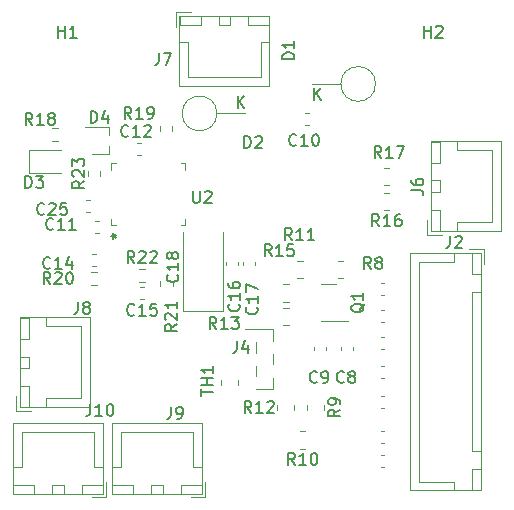
<source format=gbr>
%TF.GenerationSoftware,KiCad,Pcbnew,6.0.1-79c1e3a40b~116~ubuntu21.10.1*%
%TF.CreationDate,2022-02-21T13:22:11-07:00*%
%TF.ProjectId,PowerBackup,506f7765-7242-4616-936b-75702e6b6963,rev?*%
%TF.SameCoordinates,Original*%
%TF.FileFunction,Legend,Top*%
%TF.FilePolarity,Positive*%
%FSLAX46Y46*%
G04 Gerber Fmt 4.6, Leading zero omitted, Abs format (unit mm)*
G04 Created by KiCad (PCBNEW 6.0.1-79c1e3a40b~116~ubuntu21.10.1) date 2022-02-21 13:22:11*
%MOMM*%
%LPD*%
G01*
G04 APERTURE LIST*
%ADD10C,0.150000*%
%ADD11C,0.120000*%
G04 APERTURE END LIST*
D10*
%TO.C,R16*%
X141482142Y-95152380D02*
X141148809Y-94676190D01*
X140910714Y-95152380D02*
X140910714Y-94152380D01*
X141291666Y-94152380D01*
X141386904Y-94200000D01*
X141434523Y-94247619D01*
X141482142Y-94342857D01*
X141482142Y-94485714D01*
X141434523Y-94580952D01*
X141386904Y-94628571D01*
X141291666Y-94676190D01*
X140910714Y-94676190D01*
X142434523Y-95152380D02*
X141863095Y-95152380D01*
X142148809Y-95152380D02*
X142148809Y-94152380D01*
X142053571Y-94295238D01*
X141958333Y-94390476D01*
X141863095Y-94438095D01*
X143291666Y-94152380D02*
X143101190Y-94152380D01*
X143005952Y-94200000D01*
X142958333Y-94247619D01*
X142863095Y-94390476D01*
X142815476Y-94580952D01*
X142815476Y-94961904D01*
X142863095Y-95057142D01*
X142910714Y-95104761D01*
X143005952Y-95152380D01*
X143196428Y-95152380D01*
X143291666Y-95104761D01*
X143339285Y-95057142D01*
X143386904Y-94961904D01*
X143386904Y-94723809D01*
X143339285Y-94628571D01*
X143291666Y-94580952D01*
X143196428Y-94533333D01*
X143005952Y-94533333D01*
X142910714Y-94580952D01*
X142863095Y-94628571D01*
X142815476Y-94723809D01*
%TO.C,J4*%
X129460666Y-104852380D02*
X129460666Y-105566666D01*
X129413047Y-105709523D01*
X129317809Y-105804761D01*
X129174952Y-105852380D01*
X129079714Y-105852380D01*
X130365428Y-105185714D02*
X130365428Y-105852380D01*
X130127333Y-104804761D02*
X129889238Y-105519047D01*
X130508285Y-105519047D01*
%TO.C,C12*%
X120261142Y-87479142D02*
X120213523Y-87526761D01*
X120070666Y-87574380D01*
X119975428Y-87574380D01*
X119832571Y-87526761D01*
X119737333Y-87431523D01*
X119689714Y-87336285D01*
X119642095Y-87145809D01*
X119642095Y-87002952D01*
X119689714Y-86812476D01*
X119737333Y-86717238D01*
X119832571Y-86622000D01*
X119975428Y-86574380D01*
X120070666Y-86574380D01*
X120213523Y-86622000D01*
X120261142Y-86669619D01*
X121213523Y-87574380D02*
X120642095Y-87574380D01*
X120927809Y-87574380D02*
X120927809Y-86574380D01*
X120832571Y-86717238D01*
X120737333Y-86812476D01*
X120642095Y-86860095D01*
X121594476Y-86669619D02*
X121642095Y-86622000D01*
X121737333Y-86574380D01*
X121975428Y-86574380D01*
X122070666Y-86622000D01*
X122118285Y-86669619D01*
X122165904Y-86764857D01*
X122165904Y-86860095D01*
X122118285Y-87002952D01*
X121546857Y-87574380D01*
X122165904Y-87574380D01*
%TO.C,D1*%
X134310380Y-81002095D02*
X133310380Y-81002095D01*
X133310380Y-80764000D01*
X133358000Y-80621142D01*
X133453238Y-80525904D01*
X133548476Y-80478285D01*
X133738952Y-80430666D01*
X133881809Y-80430666D01*
X134072285Y-80478285D01*
X134167523Y-80525904D01*
X134262761Y-80621142D01*
X134310380Y-80764000D01*
X134310380Y-81002095D01*
X134310380Y-79478285D02*
X134310380Y-80049714D01*
X134310380Y-79764000D02*
X133310380Y-79764000D01*
X133453238Y-79859238D01*
X133548476Y-79954476D01*
X133596095Y-80049714D01*
X135973095Y-84452380D02*
X135973095Y-83452380D01*
X136544523Y-84452380D02*
X136115952Y-83880952D01*
X136544523Y-83452380D02*
X135973095Y-84023809D01*
%TO.C,J6*%
X144227380Y-92108333D02*
X144941666Y-92108333D01*
X145084523Y-92155952D01*
X145179761Y-92251190D01*
X145227380Y-92394047D01*
X145227380Y-92489285D01*
X144227380Y-91203571D02*
X144227380Y-91394047D01*
X144275000Y-91489285D01*
X144322619Y-91536904D01*
X144465476Y-91632142D01*
X144655952Y-91679761D01*
X145036904Y-91679761D01*
X145132142Y-91632142D01*
X145179761Y-91584523D01*
X145227380Y-91489285D01*
X145227380Y-91298809D01*
X145179761Y-91203571D01*
X145132142Y-91155952D01*
X145036904Y-91108333D01*
X144798809Y-91108333D01*
X144703571Y-91155952D01*
X144655952Y-91203571D01*
X144608333Y-91298809D01*
X144608333Y-91489285D01*
X144655952Y-91584523D01*
X144703571Y-91632142D01*
X144798809Y-91679761D01*
%TO.C,R23*%
X116530380Y-91320857D02*
X116054190Y-91654190D01*
X116530380Y-91892285D02*
X115530380Y-91892285D01*
X115530380Y-91511333D01*
X115578000Y-91416095D01*
X115625619Y-91368476D01*
X115720857Y-91320857D01*
X115863714Y-91320857D01*
X115958952Y-91368476D01*
X116006571Y-91416095D01*
X116054190Y-91511333D01*
X116054190Y-91892285D01*
X115625619Y-90939904D02*
X115578000Y-90892285D01*
X115530380Y-90797047D01*
X115530380Y-90558952D01*
X115578000Y-90463714D01*
X115625619Y-90416095D01*
X115720857Y-90368476D01*
X115816095Y-90368476D01*
X115958952Y-90416095D01*
X116530380Y-90987523D01*
X116530380Y-90368476D01*
X115530380Y-90035142D02*
X115530380Y-89416095D01*
X115911333Y-89749428D01*
X115911333Y-89606571D01*
X115958952Y-89511333D01*
X116006571Y-89463714D01*
X116101809Y-89416095D01*
X116339904Y-89416095D01*
X116435142Y-89463714D01*
X116482761Y-89511333D01*
X116530380Y-89606571D01*
X116530380Y-89892285D01*
X116482761Y-89987523D01*
X116435142Y-90035142D01*
%TO.C,R18*%
X112133142Y-86558380D02*
X111799809Y-86082190D01*
X111561714Y-86558380D02*
X111561714Y-85558380D01*
X111942666Y-85558380D01*
X112037904Y-85606000D01*
X112085523Y-85653619D01*
X112133142Y-85748857D01*
X112133142Y-85891714D01*
X112085523Y-85986952D01*
X112037904Y-86034571D01*
X111942666Y-86082190D01*
X111561714Y-86082190D01*
X113085523Y-86558380D02*
X112514095Y-86558380D01*
X112799809Y-86558380D02*
X112799809Y-85558380D01*
X112704571Y-85701238D01*
X112609333Y-85796476D01*
X112514095Y-85844095D01*
X113656952Y-85986952D02*
X113561714Y-85939333D01*
X113514095Y-85891714D01*
X113466476Y-85796476D01*
X113466476Y-85748857D01*
X113514095Y-85653619D01*
X113561714Y-85606000D01*
X113656952Y-85558380D01*
X113847428Y-85558380D01*
X113942666Y-85606000D01*
X113990285Y-85653619D01*
X114037904Y-85748857D01*
X114037904Y-85796476D01*
X113990285Y-85891714D01*
X113942666Y-85939333D01*
X113847428Y-85986952D01*
X113656952Y-85986952D01*
X113561714Y-86034571D01*
X113514095Y-86082190D01*
X113466476Y-86177428D01*
X113466476Y-86367904D01*
X113514095Y-86463142D01*
X113561714Y-86510761D01*
X113656952Y-86558380D01*
X113847428Y-86558380D01*
X113942666Y-86510761D01*
X113990285Y-86463142D01*
X114037904Y-86367904D01*
X114037904Y-86177428D01*
X113990285Y-86082190D01*
X113942666Y-86034571D01*
X113847428Y-85986952D01*
%TO.C,J8*%
X115998666Y-101560380D02*
X115998666Y-102274666D01*
X115951047Y-102417523D01*
X115855809Y-102512761D01*
X115712952Y-102560380D01*
X115617714Y-102560380D01*
X116617714Y-101988952D02*
X116522476Y-101941333D01*
X116474857Y-101893714D01*
X116427238Y-101798476D01*
X116427238Y-101750857D01*
X116474857Y-101655619D01*
X116522476Y-101608000D01*
X116617714Y-101560380D01*
X116808190Y-101560380D01*
X116903428Y-101608000D01*
X116951047Y-101655619D01*
X116998666Y-101750857D01*
X116998666Y-101798476D01*
X116951047Y-101893714D01*
X116903428Y-101941333D01*
X116808190Y-101988952D01*
X116617714Y-101988952D01*
X116522476Y-102036571D01*
X116474857Y-102084190D01*
X116427238Y-102179428D01*
X116427238Y-102369904D01*
X116474857Y-102465142D01*
X116522476Y-102512761D01*
X116617714Y-102560380D01*
X116808190Y-102560380D01*
X116903428Y-102512761D01*
X116951047Y-102465142D01*
X116998666Y-102369904D01*
X116998666Y-102179428D01*
X116951047Y-102084190D01*
X116903428Y-102036571D01*
X116808190Y-101988952D01*
%TO.C,R20*%
X113657142Y-100020380D02*
X113323809Y-99544190D01*
X113085714Y-100020380D02*
X113085714Y-99020380D01*
X113466666Y-99020380D01*
X113561904Y-99068000D01*
X113609523Y-99115619D01*
X113657142Y-99210857D01*
X113657142Y-99353714D01*
X113609523Y-99448952D01*
X113561904Y-99496571D01*
X113466666Y-99544190D01*
X113085714Y-99544190D01*
X114038095Y-99115619D02*
X114085714Y-99068000D01*
X114180952Y-99020380D01*
X114419047Y-99020380D01*
X114514285Y-99068000D01*
X114561904Y-99115619D01*
X114609523Y-99210857D01*
X114609523Y-99306095D01*
X114561904Y-99448952D01*
X113990476Y-100020380D01*
X114609523Y-100020380D01*
X115228571Y-99020380D02*
X115323809Y-99020380D01*
X115419047Y-99068000D01*
X115466666Y-99115619D01*
X115514285Y-99210857D01*
X115561904Y-99401333D01*
X115561904Y-99639428D01*
X115514285Y-99829904D01*
X115466666Y-99925142D01*
X115419047Y-99972761D01*
X115323809Y-100020380D01*
X115228571Y-100020380D01*
X115133333Y-99972761D01*
X115085714Y-99925142D01*
X115038095Y-99829904D01*
X114990476Y-99639428D01*
X114990476Y-99401333D01*
X115038095Y-99210857D01*
X115085714Y-99115619D01*
X115133333Y-99068000D01*
X115228571Y-99020380D01*
%TO.C,Q1*%
X140247619Y-101695238D02*
X140200000Y-101790476D01*
X140104761Y-101885714D01*
X139961904Y-102028571D01*
X139914285Y-102123809D01*
X139914285Y-102219047D01*
X140152380Y-102171428D02*
X140104761Y-102266666D01*
X140009523Y-102361904D01*
X139819047Y-102409523D01*
X139485714Y-102409523D01*
X139295238Y-102361904D01*
X139200000Y-102266666D01*
X139152380Y-102171428D01*
X139152380Y-101980952D01*
X139200000Y-101885714D01*
X139295238Y-101790476D01*
X139485714Y-101742857D01*
X139819047Y-101742857D01*
X140009523Y-101790476D01*
X140104761Y-101885714D01*
X140152380Y-101980952D01*
X140152380Y-102171428D01*
X140152380Y-100790476D02*
X140152380Y-101361904D01*
X140152380Y-101076190D02*
X139152380Y-101076190D01*
X139295238Y-101171428D01*
X139390476Y-101266666D01*
X139438095Y-101361904D01*
%TO.C,C18*%
X124407142Y-99242857D02*
X124454761Y-99290476D01*
X124502380Y-99433333D01*
X124502380Y-99528571D01*
X124454761Y-99671428D01*
X124359523Y-99766666D01*
X124264285Y-99814285D01*
X124073809Y-99861904D01*
X123930952Y-99861904D01*
X123740476Y-99814285D01*
X123645238Y-99766666D01*
X123550000Y-99671428D01*
X123502380Y-99528571D01*
X123502380Y-99433333D01*
X123550000Y-99290476D01*
X123597619Y-99242857D01*
X124502380Y-98290476D02*
X124502380Y-98861904D01*
X124502380Y-98576190D02*
X123502380Y-98576190D01*
X123645238Y-98671428D01*
X123740476Y-98766666D01*
X123788095Y-98861904D01*
X123930952Y-97719047D02*
X123883333Y-97814285D01*
X123835714Y-97861904D01*
X123740476Y-97909523D01*
X123692857Y-97909523D01*
X123597619Y-97861904D01*
X123550000Y-97814285D01*
X123502380Y-97719047D01*
X123502380Y-97528571D01*
X123550000Y-97433333D01*
X123597619Y-97385714D01*
X123692857Y-97338095D01*
X123740476Y-97338095D01*
X123835714Y-97385714D01*
X123883333Y-97433333D01*
X123930952Y-97528571D01*
X123930952Y-97719047D01*
X123978571Y-97814285D01*
X124026190Y-97861904D01*
X124121428Y-97909523D01*
X124311904Y-97909523D01*
X124407142Y-97861904D01*
X124454761Y-97814285D01*
X124502380Y-97719047D01*
X124502380Y-97528571D01*
X124454761Y-97433333D01*
X124407142Y-97385714D01*
X124311904Y-97338095D01*
X124121428Y-97338095D01*
X124026190Y-97385714D01*
X123978571Y-97433333D01*
X123930952Y-97528571D01*
%TO.C,R11*%
X134107142Y-96327380D02*
X133773809Y-95851190D01*
X133535714Y-96327380D02*
X133535714Y-95327380D01*
X133916666Y-95327380D01*
X134011904Y-95375000D01*
X134059523Y-95422619D01*
X134107142Y-95517857D01*
X134107142Y-95660714D01*
X134059523Y-95755952D01*
X134011904Y-95803571D01*
X133916666Y-95851190D01*
X133535714Y-95851190D01*
X135059523Y-96327380D02*
X134488095Y-96327380D01*
X134773809Y-96327380D02*
X134773809Y-95327380D01*
X134678571Y-95470238D01*
X134583333Y-95565476D01*
X134488095Y-95613095D01*
X136011904Y-96327380D02*
X135440476Y-96327380D01*
X135726190Y-96327380D02*
X135726190Y-95327380D01*
X135630952Y-95470238D01*
X135535714Y-95565476D01*
X135440476Y-95613095D01*
%TO.C,C10*%
X134485142Y-88241142D02*
X134437523Y-88288761D01*
X134294666Y-88336380D01*
X134199428Y-88336380D01*
X134056571Y-88288761D01*
X133961333Y-88193523D01*
X133913714Y-88098285D01*
X133866095Y-87907809D01*
X133866095Y-87764952D01*
X133913714Y-87574476D01*
X133961333Y-87479238D01*
X134056571Y-87384000D01*
X134199428Y-87336380D01*
X134294666Y-87336380D01*
X134437523Y-87384000D01*
X134485142Y-87431619D01*
X135437523Y-88336380D02*
X134866095Y-88336380D01*
X135151809Y-88336380D02*
X135151809Y-87336380D01*
X135056571Y-87479238D01*
X134961333Y-87574476D01*
X134866095Y-87622095D01*
X136056571Y-87336380D02*
X136151809Y-87336380D01*
X136247047Y-87384000D01*
X136294666Y-87431619D01*
X136342285Y-87526857D01*
X136389904Y-87717333D01*
X136389904Y-87955428D01*
X136342285Y-88145904D01*
X136294666Y-88241142D01*
X136247047Y-88288761D01*
X136151809Y-88336380D01*
X136056571Y-88336380D01*
X135961333Y-88288761D01*
X135913714Y-88241142D01*
X135866095Y-88145904D01*
X135818476Y-87955428D01*
X135818476Y-87717333D01*
X135866095Y-87526857D01*
X135913714Y-87431619D01*
X135961333Y-87384000D01*
X136056571Y-87336380D01*
%TO.C,R21*%
X124352380Y-103442857D02*
X123876190Y-103776190D01*
X124352380Y-104014285D02*
X123352380Y-104014285D01*
X123352380Y-103633333D01*
X123400000Y-103538095D01*
X123447619Y-103490476D01*
X123542857Y-103442857D01*
X123685714Y-103442857D01*
X123780952Y-103490476D01*
X123828571Y-103538095D01*
X123876190Y-103633333D01*
X123876190Y-104014285D01*
X123447619Y-103061904D02*
X123400000Y-103014285D01*
X123352380Y-102919047D01*
X123352380Y-102680952D01*
X123400000Y-102585714D01*
X123447619Y-102538095D01*
X123542857Y-102490476D01*
X123638095Y-102490476D01*
X123780952Y-102538095D01*
X124352380Y-103109523D01*
X124352380Y-102490476D01*
X124352380Y-101538095D02*
X124352380Y-102109523D01*
X124352380Y-101823809D02*
X123352380Y-101823809D01*
X123495238Y-101919047D01*
X123590476Y-102014285D01*
X123638095Y-102109523D01*
%TO.C,U2*%
X125730095Y-92162380D02*
X125730095Y-92971904D01*
X125777714Y-93067142D01*
X125825333Y-93114761D01*
X125920571Y-93162380D01*
X126111047Y-93162380D01*
X126206285Y-93114761D01*
X126253904Y-93067142D01*
X126301523Y-92971904D01*
X126301523Y-92162380D01*
X126730095Y-92257619D02*
X126777714Y-92210000D01*
X126872952Y-92162380D01*
X127111047Y-92162380D01*
X127206285Y-92210000D01*
X127253904Y-92257619D01*
X127301523Y-92352857D01*
X127301523Y-92448095D01*
X127253904Y-92590952D01*
X126682476Y-93162380D01*
X127301523Y-93162380D01*
X118798380Y-95995800D02*
X119036476Y-95995800D01*
X118941238Y-96233895D02*
X119036476Y-95995800D01*
X118941238Y-95757704D01*
X119226952Y-96138657D02*
X119036476Y-95995800D01*
X119226952Y-95852942D01*
X118798380Y-95995800D02*
X119036476Y-95995800D01*
X118941238Y-96233895D02*
X119036476Y-95995800D01*
X118941238Y-95757704D01*
X119226952Y-96138657D02*
X119036476Y-95995800D01*
X119226952Y-95852942D01*
%TO.C,C9*%
X136231333Y-108307142D02*
X136183714Y-108354761D01*
X136040857Y-108402380D01*
X135945619Y-108402380D01*
X135802761Y-108354761D01*
X135707523Y-108259523D01*
X135659904Y-108164285D01*
X135612285Y-107973809D01*
X135612285Y-107830952D01*
X135659904Y-107640476D01*
X135707523Y-107545238D01*
X135802761Y-107450000D01*
X135945619Y-107402380D01*
X136040857Y-107402380D01*
X136183714Y-107450000D01*
X136231333Y-107497619D01*
X136707523Y-108402380D02*
X136898000Y-108402380D01*
X136993238Y-108354761D01*
X137040857Y-108307142D01*
X137136095Y-108164285D01*
X137183714Y-107973809D01*
X137183714Y-107592857D01*
X137136095Y-107497619D01*
X137088476Y-107450000D01*
X136993238Y-107402380D01*
X136802761Y-107402380D01*
X136707523Y-107450000D01*
X136659904Y-107497619D01*
X136612285Y-107592857D01*
X136612285Y-107830952D01*
X136659904Y-107926190D01*
X136707523Y-107973809D01*
X136802761Y-108021428D01*
X136993238Y-108021428D01*
X137088476Y-107973809D01*
X137136095Y-107926190D01*
X137183714Y-107830952D01*
%TO.C,D2*%
X130071904Y-88522380D02*
X130071904Y-87522380D01*
X130310000Y-87522380D01*
X130452857Y-87570000D01*
X130548095Y-87665238D01*
X130595714Y-87760476D01*
X130643333Y-87950952D01*
X130643333Y-88093809D01*
X130595714Y-88284285D01*
X130548095Y-88379523D01*
X130452857Y-88474761D01*
X130310000Y-88522380D01*
X130071904Y-88522380D01*
X131024285Y-87617619D02*
X131071904Y-87570000D01*
X131167142Y-87522380D01*
X131405238Y-87522380D01*
X131500476Y-87570000D01*
X131548095Y-87617619D01*
X131595714Y-87712857D01*
X131595714Y-87808095D01*
X131548095Y-87950952D01*
X130976666Y-88522380D01*
X131595714Y-88522380D01*
X129503095Y-85152380D02*
X129503095Y-84152380D01*
X130074523Y-85152380D02*
X129645952Y-84580952D01*
X130074523Y-84152380D02*
X129503095Y-84723809D01*
%TO.C,C8*%
X138517333Y-108307142D02*
X138469714Y-108354761D01*
X138326857Y-108402380D01*
X138231619Y-108402380D01*
X138088761Y-108354761D01*
X137993523Y-108259523D01*
X137945904Y-108164285D01*
X137898285Y-107973809D01*
X137898285Y-107830952D01*
X137945904Y-107640476D01*
X137993523Y-107545238D01*
X138088761Y-107450000D01*
X138231619Y-107402380D01*
X138326857Y-107402380D01*
X138469714Y-107450000D01*
X138517333Y-107497619D01*
X139088761Y-107830952D02*
X138993523Y-107783333D01*
X138945904Y-107735714D01*
X138898285Y-107640476D01*
X138898285Y-107592857D01*
X138945904Y-107497619D01*
X138993523Y-107450000D01*
X139088761Y-107402380D01*
X139279238Y-107402380D01*
X139374476Y-107450000D01*
X139422095Y-107497619D01*
X139469714Y-107592857D01*
X139469714Y-107640476D01*
X139422095Y-107735714D01*
X139374476Y-107783333D01*
X139279238Y-107830952D01*
X139088761Y-107830952D01*
X138993523Y-107878571D01*
X138945904Y-107926190D01*
X138898285Y-108021428D01*
X138898285Y-108211904D01*
X138945904Y-108307142D01*
X138993523Y-108354761D01*
X139088761Y-108402380D01*
X139279238Y-108402380D01*
X139374476Y-108354761D01*
X139422095Y-108307142D01*
X139469714Y-108211904D01*
X139469714Y-108021428D01*
X139422095Y-107926190D01*
X139374476Y-107878571D01*
X139279238Y-107830952D01*
%TO.C,R9*%
X138189880Y-110666666D02*
X137713690Y-111000000D01*
X138189880Y-111238095D02*
X137189880Y-111238095D01*
X137189880Y-110857142D01*
X137237500Y-110761904D01*
X137285119Y-110714285D01*
X137380357Y-110666666D01*
X137523214Y-110666666D01*
X137618452Y-110714285D01*
X137666071Y-110761904D01*
X137713690Y-110857142D01*
X137713690Y-111238095D01*
X138189880Y-110190476D02*
X138189880Y-110000000D01*
X138142261Y-109904761D01*
X138094642Y-109857142D01*
X137951785Y-109761904D01*
X137761309Y-109714285D01*
X137380357Y-109714285D01*
X137285119Y-109761904D01*
X137237500Y-109809523D01*
X137189880Y-109904761D01*
X137189880Y-110095238D01*
X137237500Y-110190476D01*
X137285119Y-110238095D01*
X137380357Y-110285714D01*
X137618452Y-110285714D01*
X137713690Y-110238095D01*
X137761309Y-110190476D01*
X137808928Y-110095238D01*
X137808928Y-109904761D01*
X137761309Y-109809523D01*
X137713690Y-109761904D01*
X137618452Y-109714285D01*
%TO.C,R13*%
X127707142Y-103827380D02*
X127373809Y-103351190D01*
X127135714Y-103827380D02*
X127135714Y-102827380D01*
X127516666Y-102827380D01*
X127611904Y-102875000D01*
X127659523Y-102922619D01*
X127707142Y-103017857D01*
X127707142Y-103160714D01*
X127659523Y-103255952D01*
X127611904Y-103303571D01*
X127516666Y-103351190D01*
X127135714Y-103351190D01*
X128659523Y-103827380D02*
X128088095Y-103827380D01*
X128373809Y-103827380D02*
X128373809Y-102827380D01*
X128278571Y-102970238D01*
X128183333Y-103065476D01*
X128088095Y-103113095D01*
X128992857Y-102827380D02*
X129611904Y-102827380D01*
X129278571Y-103208333D01*
X129421428Y-103208333D01*
X129516666Y-103255952D01*
X129564285Y-103303571D01*
X129611904Y-103398809D01*
X129611904Y-103636904D01*
X129564285Y-103732142D01*
X129516666Y-103779761D01*
X129421428Y-103827380D01*
X129135714Y-103827380D01*
X129040476Y-103779761D01*
X128992857Y-103732142D01*
%TO.C,TH1*%
X126452380Y-109489714D02*
X126452380Y-108918285D01*
X127452380Y-109204000D02*
X126452380Y-109204000D01*
X127452380Y-108584952D02*
X126452380Y-108584952D01*
X126928571Y-108584952D02*
X126928571Y-108013523D01*
X127452380Y-108013523D02*
X126452380Y-108013523D01*
X127452380Y-107013523D02*
X127452380Y-107584952D01*
X127452380Y-107299238D02*
X126452380Y-107299238D01*
X126595238Y-107394476D01*
X126690476Y-107489714D01*
X126738095Y-107584952D01*
%TO.C,R15*%
X132382142Y-97677380D02*
X132048809Y-97201190D01*
X131810714Y-97677380D02*
X131810714Y-96677380D01*
X132191666Y-96677380D01*
X132286904Y-96725000D01*
X132334523Y-96772619D01*
X132382142Y-96867857D01*
X132382142Y-97010714D01*
X132334523Y-97105952D01*
X132286904Y-97153571D01*
X132191666Y-97201190D01*
X131810714Y-97201190D01*
X133334523Y-97677380D02*
X132763095Y-97677380D01*
X133048809Y-97677380D02*
X133048809Y-96677380D01*
X132953571Y-96820238D01*
X132858333Y-96915476D01*
X132763095Y-96963095D01*
X134239285Y-96677380D02*
X133763095Y-96677380D01*
X133715476Y-97153571D01*
X133763095Y-97105952D01*
X133858333Y-97058333D01*
X134096428Y-97058333D01*
X134191666Y-97105952D01*
X134239285Y-97153571D01*
X134286904Y-97248809D01*
X134286904Y-97486904D01*
X134239285Y-97582142D01*
X134191666Y-97629761D01*
X134096428Y-97677380D01*
X133858333Y-97677380D01*
X133763095Y-97629761D01*
X133715476Y-97582142D01*
%TO.C,J9*%
X123872666Y-110450380D02*
X123872666Y-111164666D01*
X123825047Y-111307523D01*
X123729809Y-111402761D01*
X123586952Y-111450380D01*
X123491714Y-111450380D01*
X124396476Y-111450380D02*
X124586952Y-111450380D01*
X124682190Y-111402761D01*
X124729809Y-111355142D01*
X124825047Y-111212285D01*
X124872666Y-111021809D01*
X124872666Y-110640857D01*
X124825047Y-110545619D01*
X124777428Y-110498000D01*
X124682190Y-110450380D01*
X124491714Y-110450380D01*
X124396476Y-110498000D01*
X124348857Y-110545619D01*
X124301238Y-110640857D01*
X124301238Y-110878952D01*
X124348857Y-110974190D01*
X124396476Y-111021809D01*
X124491714Y-111069428D01*
X124682190Y-111069428D01*
X124777428Y-111021809D01*
X124825047Y-110974190D01*
X124872666Y-110878952D01*
%TO.C,D4*%
X117067904Y-86386380D02*
X117067904Y-85386380D01*
X117306000Y-85386380D01*
X117448857Y-85434000D01*
X117544095Y-85529238D01*
X117591714Y-85624476D01*
X117639333Y-85814952D01*
X117639333Y-85957809D01*
X117591714Y-86148285D01*
X117544095Y-86243523D01*
X117448857Y-86338761D01*
X117306000Y-86386380D01*
X117067904Y-86386380D01*
X118496476Y-85719714D02*
X118496476Y-86386380D01*
X118258380Y-85338761D02*
X118020285Y-86053047D01*
X118639333Y-86053047D01*
%TO.C,R19*%
X120515142Y-86050380D02*
X120181809Y-85574190D01*
X119943714Y-86050380D02*
X119943714Y-85050380D01*
X120324666Y-85050380D01*
X120419904Y-85098000D01*
X120467523Y-85145619D01*
X120515142Y-85240857D01*
X120515142Y-85383714D01*
X120467523Y-85478952D01*
X120419904Y-85526571D01*
X120324666Y-85574190D01*
X119943714Y-85574190D01*
X121467523Y-86050380D02*
X120896095Y-86050380D01*
X121181809Y-86050380D02*
X121181809Y-85050380D01*
X121086571Y-85193238D01*
X120991333Y-85288476D01*
X120896095Y-85336095D01*
X121943714Y-86050380D02*
X122134190Y-86050380D01*
X122229428Y-86002761D01*
X122277047Y-85955142D01*
X122372285Y-85812285D01*
X122419904Y-85621809D01*
X122419904Y-85240857D01*
X122372285Y-85145619D01*
X122324666Y-85098000D01*
X122229428Y-85050380D01*
X122038952Y-85050380D01*
X121943714Y-85098000D01*
X121896095Y-85145619D01*
X121848476Y-85240857D01*
X121848476Y-85478952D01*
X121896095Y-85574190D01*
X121943714Y-85621809D01*
X122038952Y-85669428D01*
X122229428Y-85669428D01*
X122324666Y-85621809D01*
X122372285Y-85574190D01*
X122419904Y-85478952D01*
%TO.C,R17*%
X141682142Y-89377380D02*
X141348809Y-88901190D01*
X141110714Y-89377380D02*
X141110714Y-88377380D01*
X141491666Y-88377380D01*
X141586904Y-88425000D01*
X141634523Y-88472619D01*
X141682142Y-88567857D01*
X141682142Y-88710714D01*
X141634523Y-88805952D01*
X141586904Y-88853571D01*
X141491666Y-88901190D01*
X141110714Y-88901190D01*
X142634523Y-89377380D02*
X142063095Y-89377380D01*
X142348809Y-89377380D02*
X142348809Y-88377380D01*
X142253571Y-88520238D01*
X142158333Y-88615476D01*
X142063095Y-88663095D01*
X142967857Y-88377380D02*
X143634523Y-88377380D01*
X143205952Y-89377380D01*
%TO.C,J2*%
X147495430Y-95972380D02*
X147495430Y-96686666D01*
X147447811Y-96829523D01*
X147352573Y-96924761D01*
X147209716Y-96972380D01*
X147114478Y-96972380D01*
X147924002Y-96067619D02*
X147971621Y-96020000D01*
X148066859Y-95972380D01*
X148304954Y-95972380D01*
X148400192Y-96020000D01*
X148447811Y-96067619D01*
X148495430Y-96162857D01*
X148495430Y-96258095D01*
X148447811Y-96400952D01*
X147876383Y-96972380D01*
X148495430Y-96972380D01*
%TO.C,H1*%
X114300095Y-79175380D02*
X114300095Y-78175380D01*
X114300095Y-78651571D02*
X114871523Y-78651571D01*
X114871523Y-79175380D02*
X114871523Y-78175380D01*
X115871523Y-79175380D02*
X115300095Y-79175380D01*
X115585809Y-79175380D02*
X115585809Y-78175380D01*
X115490571Y-78318238D01*
X115395333Y-78413476D01*
X115300095Y-78461095D01*
%TO.C,J7*%
X122856666Y-80478380D02*
X122856666Y-81192666D01*
X122809047Y-81335523D01*
X122713809Y-81430761D01*
X122570952Y-81478380D01*
X122475714Y-81478380D01*
X123237619Y-80478380D02*
X123904285Y-80478380D01*
X123475714Y-81478380D01*
%TO.C,R8*%
X140803333Y-98750380D02*
X140470000Y-98274190D01*
X140231904Y-98750380D02*
X140231904Y-97750380D01*
X140612857Y-97750380D01*
X140708095Y-97798000D01*
X140755714Y-97845619D01*
X140803333Y-97940857D01*
X140803333Y-98083714D01*
X140755714Y-98178952D01*
X140708095Y-98226571D01*
X140612857Y-98274190D01*
X140231904Y-98274190D01*
X141374761Y-98178952D02*
X141279523Y-98131333D01*
X141231904Y-98083714D01*
X141184285Y-97988476D01*
X141184285Y-97940857D01*
X141231904Y-97845619D01*
X141279523Y-97798000D01*
X141374761Y-97750380D01*
X141565238Y-97750380D01*
X141660476Y-97798000D01*
X141708095Y-97845619D01*
X141755714Y-97940857D01*
X141755714Y-97988476D01*
X141708095Y-98083714D01*
X141660476Y-98131333D01*
X141565238Y-98178952D01*
X141374761Y-98178952D01*
X141279523Y-98226571D01*
X141231904Y-98274190D01*
X141184285Y-98369428D01*
X141184285Y-98559904D01*
X141231904Y-98655142D01*
X141279523Y-98702761D01*
X141374761Y-98750380D01*
X141565238Y-98750380D01*
X141660476Y-98702761D01*
X141708095Y-98655142D01*
X141755714Y-98559904D01*
X141755714Y-98369428D01*
X141708095Y-98274190D01*
X141660476Y-98226571D01*
X141565238Y-98178952D01*
%TO.C,R10*%
X134357142Y-115352380D02*
X134023809Y-114876190D01*
X133785714Y-115352380D02*
X133785714Y-114352380D01*
X134166666Y-114352380D01*
X134261904Y-114400000D01*
X134309523Y-114447619D01*
X134357142Y-114542857D01*
X134357142Y-114685714D01*
X134309523Y-114780952D01*
X134261904Y-114828571D01*
X134166666Y-114876190D01*
X133785714Y-114876190D01*
X135309523Y-115352380D02*
X134738095Y-115352380D01*
X135023809Y-115352380D02*
X135023809Y-114352380D01*
X134928571Y-114495238D01*
X134833333Y-114590476D01*
X134738095Y-114638095D01*
X135928571Y-114352380D02*
X136023809Y-114352380D01*
X136119047Y-114400000D01*
X136166666Y-114447619D01*
X136214285Y-114542857D01*
X136261904Y-114733333D01*
X136261904Y-114971428D01*
X136214285Y-115161904D01*
X136166666Y-115257142D01*
X136119047Y-115304761D01*
X136023809Y-115352380D01*
X135928571Y-115352380D01*
X135833333Y-115304761D01*
X135785714Y-115257142D01*
X135738095Y-115161904D01*
X135690476Y-114971428D01*
X135690476Y-114733333D01*
X135738095Y-114542857D01*
X135785714Y-114447619D01*
X135833333Y-114400000D01*
X135928571Y-114352380D01*
%TO.C,C25*%
X113149142Y-94083142D02*
X113101523Y-94130761D01*
X112958666Y-94178380D01*
X112863428Y-94178380D01*
X112720571Y-94130761D01*
X112625333Y-94035523D01*
X112577714Y-93940285D01*
X112530095Y-93749809D01*
X112530095Y-93606952D01*
X112577714Y-93416476D01*
X112625333Y-93321238D01*
X112720571Y-93226000D01*
X112863428Y-93178380D01*
X112958666Y-93178380D01*
X113101523Y-93226000D01*
X113149142Y-93273619D01*
X113530095Y-93273619D02*
X113577714Y-93226000D01*
X113672952Y-93178380D01*
X113911047Y-93178380D01*
X114006285Y-93226000D01*
X114053904Y-93273619D01*
X114101523Y-93368857D01*
X114101523Y-93464095D01*
X114053904Y-93606952D01*
X113482476Y-94178380D01*
X114101523Y-94178380D01*
X115006285Y-93178380D02*
X114530095Y-93178380D01*
X114482476Y-93654571D01*
X114530095Y-93606952D01*
X114625333Y-93559333D01*
X114863428Y-93559333D01*
X114958666Y-93606952D01*
X115006285Y-93654571D01*
X115053904Y-93749809D01*
X115053904Y-93987904D01*
X115006285Y-94083142D01*
X114958666Y-94130761D01*
X114863428Y-94178380D01*
X114625333Y-94178380D01*
X114530095Y-94130761D01*
X114482476Y-94083142D01*
%TO.C,R22*%
X120769142Y-98242380D02*
X120435809Y-97766190D01*
X120197714Y-98242380D02*
X120197714Y-97242380D01*
X120578666Y-97242380D01*
X120673904Y-97290000D01*
X120721523Y-97337619D01*
X120769142Y-97432857D01*
X120769142Y-97575714D01*
X120721523Y-97670952D01*
X120673904Y-97718571D01*
X120578666Y-97766190D01*
X120197714Y-97766190D01*
X121150095Y-97337619D02*
X121197714Y-97290000D01*
X121292952Y-97242380D01*
X121531047Y-97242380D01*
X121626285Y-97290000D01*
X121673904Y-97337619D01*
X121721523Y-97432857D01*
X121721523Y-97528095D01*
X121673904Y-97670952D01*
X121102476Y-98242380D01*
X121721523Y-98242380D01*
X122102476Y-97337619D02*
X122150095Y-97290000D01*
X122245333Y-97242380D01*
X122483428Y-97242380D01*
X122578666Y-97290000D01*
X122626285Y-97337619D01*
X122673904Y-97432857D01*
X122673904Y-97528095D01*
X122626285Y-97670952D01*
X122054857Y-98242380D01*
X122673904Y-98242380D01*
%TO.C,R12*%
X130675142Y-110942380D02*
X130341809Y-110466190D01*
X130103714Y-110942380D02*
X130103714Y-109942380D01*
X130484666Y-109942380D01*
X130579904Y-109990000D01*
X130627523Y-110037619D01*
X130675142Y-110132857D01*
X130675142Y-110275714D01*
X130627523Y-110370952D01*
X130579904Y-110418571D01*
X130484666Y-110466190D01*
X130103714Y-110466190D01*
X131627523Y-110942380D02*
X131056095Y-110942380D01*
X131341809Y-110942380D02*
X131341809Y-109942380D01*
X131246571Y-110085238D01*
X131151333Y-110180476D01*
X131056095Y-110228095D01*
X132008476Y-110037619D02*
X132056095Y-109990000D01*
X132151333Y-109942380D01*
X132389428Y-109942380D01*
X132484666Y-109990000D01*
X132532285Y-110037619D01*
X132579904Y-110132857D01*
X132579904Y-110228095D01*
X132532285Y-110370952D01*
X131960857Y-110942380D01*
X132579904Y-110942380D01*
%TO.C,H2*%
X145288095Y-79175380D02*
X145288095Y-78175380D01*
X145288095Y-78651571D02*
X145859523Y-78651571D01*
X145859523Y-79175380D02*
X145859523Y-78175380D01*
X146288095Y-78270619D02*
X146335714Y-78223000D01*
X146430952Y-78175380D01*
X146669047Y-78175380D01*
X146764285Y-78223000D01*
X146811904Y-78270619D01*
X146859523Y-78365857D01*
X146859523Y-78461095D01*
X146811904Y-78603952D01*
X146240476Y-79175380D01*
X146859523Y-79175380D01*
%TO.C,C15*%
X120769142Y-102625142D02*
X120721523Y-102672761D01*
X120578666Y-102720380D01*
X120483428Y-102720380D01*
X120340571Y-102672761D01*
X120245333Y-102577523D01*
X120197714Y-102482285D01*
X120150095Y-102291809D01*
X120150095Y-102148952D01*
X120197714Y-101958476D01*
X120245333Y-101863238D01*
X120340571Y-101768000D01*
X120483428Y-101720380D01*
X120578666Y-101720380D01*
X120721523Y-101768000D01*
X120769142Y-101815619D01*
X121721523Y-102720380D02*
X121150095Y-102720380D01*
X121435809Y-102720380D02*
X121435809Y-101720380D01*
X121340571Y-101863238D01*
X121245333Y-101958476D01*
X121150095Y-102006095D01*
X122626285Y-101720380D02*
X122150095Y-101720380D01*
X122102476Y-102196571D01*
X122150095Y-102148952D01*
X122245333Y-102101333D01*
X122483428Y-102101333D01*
X122578666Y-102148952D01*
X122626285Y-102196571D01*
X122673904Y-102291809D01*
X122673904Y-102529904D01*
X122626285Y-102625142D01*
X122578666Y-102672761D01*
X122483428Y-102720380D01*
X122245333Y-102720380D01*
X122150095Y-102672761D01*
X122102476Y-102625142D01*
%TO.C,C14*%
X113657142Y-98655142D02*
X113609523Y-98702761D01*
X113466666Y-98750380D01*
X113371428Y-98750380D01*
X113228571Y-98702761D01*
X113133333Y-98607523D01*
X113085714Y-98512285D01*
X113038095Y-98321809D01*
X113038095Y-98178952D01*
X113085714Y-97988476D01*
X113133333Y-97893238D01*
X113228571Y-97798000D01*
X113371428Y-97750380D01*
X113466666Y-97750380D01*
X113609523Y-97798000D01*
X113657142Y-97845619D01*
X114609523Y-98750380D02*
X114038095Y-98750380D01*
X114323809Y-98750380D02*
X114323809Y-97750380D01*
X114228571Y-97893238D01*
X114133333Y-97988476D01*
X114038095Y-98036095D01*
X115466666Y-98083714D02*
X115466666Y-98750380D01*
X115228571Y-97702761D02*
X114990476Y-98417047D01*
X115609523Y-98417047D01*
%TO.C,J10*%
X117046476Y-110196380D02*
X117046476Y-110910666D01*
X116998857Y-111053523D01*
X116903619Y-111148761D01*
X116760761Y-111196380D01*
X116665523Y-111196380D01*
X118046476Y-111196380D02*
X117475047Y-111196380D01*
X117760761Y-111196380D02*
X117760761Y-110196380D01*
X117665523Y-110339238D01*
X117570285Y-110434476D01*
X117475047Y-110482095D01*
X118665523Y-110196380D02*
X118760761Y-110196380D01*
X118856000Y-110244000D01*
X118903619Y-110291619D01*
X118951238Y-110386857D01*
X118998857Y-110577333D01*
X118998857Y-110815428D01*
X118951238Y-111005904D01*
X118903619Y-111101142D01*
X118856000Y-111148761D01*
X118760761Y-111196380D01*
X118665523Y-111196380D01*
X118570285Y-111148761D01*
X118522666Y-111101142D01*
X118475047Y-111005904D01*
X118427428Y-110815428D01*
X118427428Y-110577333D01*
X118475047Y-110386857D01*
X118522666Y-110291619D01*
X118570285Y-110244000D01*
X118665523Y-110196380D01*
%TO.C,D3*%
X111529904Y-91892380D02*
X111529904Y-90892380D01*
X111768000Y-90892380D01*
X111910857Y-90940000D01*
X112006095Y-91035238D01*
X112053714Y-91130476D01*
X112101333Y-91320952D01*
X112101333Y-91463809D01*
X112053714Y-91654285D01*
X112006095Y-91749523D01*
X111910857Y-91844761D01*
X111768000Y-91892380D01*
X111529904Y-91892380D01*
X112434666Y-90892380D02*
X113053714Y-90892380D01*
X112720380Y-91273333D01*
X112863238Y-91273333D01*
X112958476Y-91320952D01*
X113006095Y-91368571D01*
X113053714Y-91463809D01*
X113053714Y-91701904D01*
X113006095Y-91797142D01*
X112958476Y-91844761D01*
X112863238Y-91892380D01*
X112577523Y-91892380D01*
X112482285Y-91844761D01*
X112434666Y-91797142D01*
%TO.C,C17*%
X131111142Y-101988857D02*
X131158761Y-102036476D01*
X131206380Y-102179333D01*
X131206380Y-102274571D01*
X131158761Y-102417428D01*
X131063523Y-102512666D01*
X130968285Y-102560285D01*
X130777809Y-102607904D01*
X130634952Y-102607904D01*
X130444476Y-102560285D01*
X130349238Y-102512666D01*
X130254000Y-102417428D01*
X130206380Y-102274571D01*
X130206380Y-102179333D01*
X130254000Y-102036476D01*
X130301619Y-101988857D01*
X131206380Y-101036476D02*
X131206380Y-101607904D01*
X131206380Y-101322190D02*
X130206380Y-101322190D01*
X130349238Y-101417428D01*
X130444476Y-101512666D01*
X130492095Y-101607904D01*
X130206380Y-100703142D02*
X130206380Y-100036476D01*
X131206380Y-100465047D01*
%TO.C,C11*%
X113911142Y-95353142D02*
X113863523Y-95400761D01*
X113720666Y-95448380D01*
X113625428Y-95448380D01*
X113482571Y-95400761D01*
X113387333Y-95305523D01*
X113339714Y-95210285D01*
X113292095Y-95019809D01*
X113292095Y-94876952D01*
X113339714Y-94686476D01*
X113387333Y-94591238D01*
X113482571Y-94496000D01*
X113625428Y-94448380D01*
X113720666Y-94448380D01*
X113863523Y-94496000D01*
X113911142Y-94543619D01*
X114863523Y-95448380D02*
X114292095Y-95448380D01*
X114577809Y-95448380D02*
X114577809Y-94448380D01*
X114482571Y-94591238D01*
X114387333Y-94686476D01*
X114292095Y-94734095D01*
X115815904Y-95448380D02*
X115244476Y-95448380D01*
X115530190Y-95448380D02*
X115530190Y-94448380D01*
X115434952Y-94591238D01*
X115339714Y-94686476D01*
X115244476Y-94734095D01*
%TO.C,C16*%
X129611142Y-101734857D02*
X129658761Y-101782476D01*
X129706380Y-101925333D01*
X129706380Y-102020571D01*
X129658761Y-102163428D01*
X129563523Y-102258666D01*
X129468285Y-102306285D01*
X129277809Y-102353904D01*
X129134952Y-102353904D01*
X128944476Y-102306285D01*
X128849238Y-102258666D01*
X128754000Y-102163428D01*
X128706380Y-102020571D01*
X128706380Y-101925333D01*
X128754000Y-101782476D01*
X128801619Y-101734857D01*
X129706380Y-100782476D02*
X129706380Y-101353904D01*
X129706380Y-101068190D02*
X128706380Y-101068190D01*
X128849238Y-101163428D01*
X128944476Y-101258666D01*
X128992095Y-101353904D01*
X128706380Y-99925333D02*
X128706380Y-100115809D01*
X128754000Y-100211047D01*
X128801619Y-100258666D01*
X128944476Y-100353904D01*
X129134952Y-100401523D01*
X129515904Y-100401523D01*
X129611142Y-100353904D01*
X129658761Y-100306285D01*
X129706380Y-100211047D01*
X129706380Y-100020571D01*
X129658761Y-99925333D01*
X129611142Y-99877714D01*
X129515904Y-99830095D01*
X129277809Y-99830095D01*
X129182571Y-99877714D01*
X129134952Y-99925333D01*
X129087333Y-100020571D01*
X129087333Y-100211047D01*
X129134952Y-100306285D01*
X129182571Y-100353904D01*
X129277809Y-100401523D01*
D11*
%TO.C,R16*%
X142352064Y-93785000D02*
X141897936Y-93785000D01*
X142352064Y-92315000D02*
X141897936Y-92315000D01*
%TO.C,J4*%
X132495000Y-108960000D02*
X132495000Y-108960000D01*
X132495000Y-107960000D02*
X132495000Y-108960000D01*
X131105000Y-106960000D02*
X131105000Y-107840000D01*
X131105000Y-108960000D02*
X132495000Y-108960000D01*
X132495000Y-103840000D02*
X132495000Y-104840000D01*
X131105000Y-103840000D02*
X131105000Y-103840000D01*
X131105000Y-103840000D02*
X132495000Y-103840000D01*
X131105000Y-104960000D02*
X131105000Y-105840000D01*
X132495000Y-105960000D02*
X132495000Y-106840000D01*
X131105000Y-103840000D02*
X130110000Y-103840000D01*
%TO.C,C12*%
X121298580Y-88136000D02*
X121017420Y-88136000D01*
X121298580Y-89156000D02*
X121017420Y-89156000D01*
%TO.C,D1*%
X138245000Y-83100000D02*
X135835000Y-83100000D01*
X141185000Y-83100000D02*
G75*
G03*
X141185000Y-83100000I-1470000J0D01*
G01*
%TO.C,J6*%
X148125000Y-88725000D02*
X151075000Y-88725000D01*
X151835000Y-87965000D02*
X145865000Y-87965000D01*
X145865000Y-95585000D02*
X151835000Y-95585000D01*
X145875000Y-87975000D02*
X145875000Y-89775000D01*
X146625000Y-93775000D02*
X145875000Y-93775000D01*
X145875000Y-95575000D02*
X146625000Y-95575000D01*
X145575000Y-95875000D02*
X146825000Y-95875000D01*
X151075000Y-88725000D02*
X151075000Y-91775000D01*
X146625000Y-91275000D02*
X145875000Y-91275000D01*
X146625000Y-95575000D02*
X146625000Y-93775000D01*
X148125000Y-87975000D02*
X148125000Y-88725000D01*
X146625000Y-92275000D02*
X146625000Y-91275000D01*
X146625000Y-89775000D02*
X146625000Y-87975000D01*
X151835000Y-95585000D02*
X151835000Y-87965000D01*
X146625000Y-87975000D02*
X145875000Y-87975000D01*
X145575000Y-94625000D02*
X145575000Y-95875000D01*
X145875000Y-89775000D02*
X146625000Y-89775000D01*
X145875000Y-92275000D02*
X146625000Y-92275000D01*
X148125000Y-94825000D02*
X151075000Y-94825000D01*
X145875000Y-93775000D02*
X145875000Y-95575000D01*
X148125000Y-95575000D02*
X148125000Y-94825000D01*
X151075000Y-94825000D02*
X151075000Y-91775000D01*
X145865000Y-87965000D02*
X145865000Y-95585000D01*
X145875000Y-91275000D02*
X145875000Y-92275000D01*
%TO.C,R23*%
X117870500Y-90915258D02*
X117870500Y-90440742D01*
X116825500Y-90915258D02*
X116825500Y-90440742D01*
%TO.C,R18*%
X114283258Y-87898500D02*
X113808742Y-87898500D01*
X114283258Y-86853500D02*
X113808742Y-86853500D01*
%TO.C,C1*%
X141609420Y-115529236D02*
X141890580Y-115529236D01*
X141609420Y-114509236D02*
X141890580Y-114509236D01*
%TO.C,C6*%
X141609420Y-103260000D02*
X141890580Y-103260000D01*
X141609420Y-102240000D02*
X141890580Y-102240000D01*
%TO.C,J8*%
X110771000Y-109530000D02*
X110771000Y-110780000D01*
X111071000Y-106180000D02*
X111071000Y-107180000D01*
X111821000Y-110480000D02*
X111821000Y-108680000D01*
X111071000Y-102880000D02*
X111071000Y-104680000D01*
X113321000Y-102880000D02*
X113321000Y-103630000D01*
X111071000Y-108680000D02*
X111071000Y-110480000D01*
X111071000Y-104680000D02*
X111821000Y-104680000D01*
X111821000Y-108680000D02*
X111071000Y-108680000D01*
X113321000Y-109730000D02*
X116271000Y-109730000D01*
X111071000Y-107180000D02*
X111821000Y-107180000D01*
X116271000Y-109730000D02*
X116271000Y-106680000D01*
X117031000Y-102870000D02*
X111061000Y-102870000D01*
X111821000Y-104680000D02*
X111821000Y-102880000D01*
X111821000Y-107180000D02*
X111821000Y-106180000D01*
X116271000Y-103630000D02*
X116271000Y-106680000D01*
X113321000Y-110480000D02*
X113321000Y-109730000D01*
X111071000Y-110480000D02*
X111821000Y-110480000D01*
X111061000Y-102870000D02*
X111061000Y-110490000D01*
X111821000Y-106180000D02*
X111071000Y-106180000D01*
X113321000Y-103630000D02*
X116271000Y-103630000D01*
X111061000Y-110490000D02*
X117031000Y-110490000D01*
X110771000Y-110780000D02*
X112021000Y-110780000D01*
X111821000Y-102880000D02*
X111071000Y-102880000D01*
X117031000Y-110490000D02*
X117031000Y-102870000D01*
%TO.C,R20*%
X117110742Y-99045500D02*
X117585258Y-99045500D01*
X117110742Y-100090500D02*
X117585258Y-100090500D01*
%TO.C,C7*%
X141609420Y-101010000D02*
X141890580Y-101010000D01*
X141609420Y-99990000D02*
X141890580Y-99990000D01*
%TO.C,Q1*%
X137200000Y-100040000D02*
X136550000Y-100040000D01*
X137200000Y-103160000D02*
X136550000Y-103160000D01*
X137200000Y-103160000D02*
X138875000Y-103160000D01*
X137200000Y-100040000D02*
X137850000Y-100040000D01*
%TO.C,C18*%
X124890000Y-102360000D02*
X128310000Y-102360000D01*
X128310000Y-102360000D02*
X128310000Y-95600000D01*
X124890000Y-95600000D02*
X124890000Y-102360000D01*
%TO.C,R11*%
X134572936Y-98065000D02*
X135027064Y-98065000D01*
X134572936Y-99535000D02*
X135027064Y-99535000D01*
%TO.C,C10*%
X135241420Y-85596000D02*
X135522580Y-85596000D01*
X135241420Y-86616000D02*
X135522580Y-86616000D01*
%TO.C,R21*%
X124022500Y-100237258D02*
X124022500Y-99762742D01*
X122977500Y-100237258D02*
X122977500Y-99762742D01*
%TO.C,U2*%
X125073002Y-95082995D02*
X125073002Y-94563728D01*
X118818998Y-95082995D02*
X119188274Y-95082995D01*
X125073002Y-89829005D02*
X124703726Y-89829005D01*
X125073002Y-90348272D02*
X125073002Y-89829005D01*
X118818998Y-89829005D02*
X118818998Y-90348272D01*
X124703726Y-95082995D02*
X125073002Y-95082995D01*
X119188274Y-89829005D02*
X118818998Y-89829005D01*
X118818998Y-94563728D02*
X118818998Y-95082995D01*
%TO.C,C9*%
X137010000Y-105359420D02*
X137010000Y-105640580D01*
X135990000Y-105359420D02*
X135990000Y-105640580D01*
%TO.C,D2*%
X127755000Y-85600000D02*
X130165000Y-85600000D01*
X127755000Y-85600000D02*
G75*
G03*
X127755000Y-85600000I-1470000J0D01*
G01*
%TO.C,C8*%
X138240000Y-105359420D02*
X138240000Y-105640580D01*
X139260000Y-105359420D02*
X139260000Y-105640580D01*
%TO.C,R9*%
X135352500Y-110272936D02*
X135352500Y-110727064D01*
X136822500Y-110272936D02*
X136822500Y-110727064D01*
%TO.C,R13*%
X133372936Y-102065000D02*
X133827064Y-102065000D01*
X133372936Y-103535000D02*
X133827064Y-103535000D01*
%TO.C,C3*%
X141609420Y-109490000D02*
X141890580Y-109490000D01*
X141609420Y-110510000D02*
X141890580Y-110510000D01*
%TO.C,TH1*%
X128065000Y-108172936D02*
X128065000Y-108627064D01*
X129535000Y-108172936D02*
X129535000Y-108627064D01*
%TO.C,C5*%
X141609420Y-105510000D02*
X141890580Y-105510000D01*
X141609420Y-104490000D02*
X141890580Y-104490000D01*
%TO.C,C4*%
X141609420Y-108010000D02*
X141890580Y-108010000D01*
X141609420Y-106990000D02*
X141890580Y-106990000D01*
%TO.C,R15*%
X133372936Y-100065000D02*
X133827064Y-100065000D01*
X133372936Y-101535000D02*
X133827064Y-101535000D01*
%TO.C,J9*%
X126482000Y-117033000D02*
X124682000Y-117033000D01*
X126482000Y-117783000D02*
X126482000Y-117033000D01*
X118882000Y-117033000D02*
X118882000Y-117783000D01*
X118872000Y-111823000D02*
X118872000Y-117793000D01*
X124682000Y-117033000D02*
X124682000Y-117783000D01*
X123182000Y-117783000D02*
X123182000Y-117033000D01*
X125732000Y-115533000D02*
X125732000Y-112583000D01*
X124682000Y-117783000D02*
X126482000Y-117783000D01*
X126492000Y-117793000D02*
X126492000Y-111823000D01*
X123182000Y-117033000D02*
X122182000Y-117033000D01*
X126482000Y-115533000D02*
X125732000Y-115533000D01*
X125732000Y-112583000D02*
X122682000Y-112583000D01*
X119632000Y-115533000D02*
X119632000Y-112583000D01*
X122182000Y-117783000D02*
X123182000Y-117783000D01*
X126492000Y-111823000D02*
X118872000Y-111823000D01*
X118882000Y-115533000D02*
X119632000Y-115533000D01*
X118872000Y-117793000D02*
X126492000Y-117793000D01*
X120682000Y-117033000D02*
X118882000Y-117033000D01*
X120682000Y-117783000D02*
X120682000Y-117033000D01*
X118882000Y-117783000D02*
X120682000Y-117783000D01*
X125532000Y-118083000D02*
X126782000Y-118083000D01*
X122182000Y-117033000D02*
X122182000Y-117783000D01*
X119632000Y-112583000D02*
X122682000Y-112583000D01*
X126782000Y-118083000D02*
X126782000Y-116833000D01*
%TO.C,D4*%
X118586000Y-88384000D02*
X118586000Y-89044000D01*
X117176000Y-89044000D02*
X118586000Y-89044000D01*
X118586000Y-86724000D02*
X116556000Y-86724000D01*
X118586000Y-86724000D02*
X118586000Y-87384000D01*
%TO.C,R19*%
X122921500Y-87105258D02*
X122921500Y-86630742D01*
X123966500Y-87105258D02*
X123966500Y-86630742D01*
%TO.C,R17*%
X142352064Y-91660000D02*
X141897936Y-91660000D01*
X142352064Y-90190000D02*
X141897936Y-90190000D01*
%TO.C,J2*%
X150078764Y-117510836D02*
X150078764Y-115710836D01*
X144118764Y-117520836D02*
X150088764Y-117520836D01*
X149328764Y-97410836D02*
X149328764Y-99210836D01*
X147828764Y-117510836D02*
X147828764Y-116760836D01*
X147828764Y-98160836D02*
X144878764Y-98160836D01*
X150088764Y-97400836D02*
X144118764Y-97400836D01*
X147828764Y-97410836D02*
X147828764Y-98160836D01*
X144118764Y-97400836D02*
X144118764Y-117520836D01*
X149328764Y-99210836D02*
X150078764Y-99210836D01*
X150378764Y-97110836D02*
X149128764Y-97110836D01*
X150378764Y-98360836D02*
X150378764Y-97110836D01*
X144878764Y-98160836D02*
X144878764Y-107460836D01*
X150078764Y-100710836D02*
X149328764Y-100710836D01*
X150078764Y-99210836D02*
X150078764Y-97410836D01*
X149328764Y-117510836D02*
X150078764Y-117510836D01*
X150078764Y-115710836D02*
X149328764Y-115710836D01*
X150078764Y-97410836D02*
X149328764Y-97410836D01*
X144878764Y-116760836D02*
X144878764Y-107460836D01*
X150088764Y-117520836D02*
X150088764Y-97400836D01*
X150078764Y-114210836D02*
X150078764Y-100710836D01*
X149328764Y-115710836D02*
X149328764Y-117510836D01*
X147828764Y-116760836D02*
X144878764Y-116760836D01*
X149328764Y-100710836D02*
X149328764Y-114210836D01*
X149328764Y-114210836D02*
X150078764Y-114210836D01*
%TO.C,J7*%
X131450000Y-82525000D02*
X128400000Y-82525000D01*
X132210000Y-77315000D02*
X124590000Y-77315000D01*
X128900000Y-78075000D02*
X128900000Y-77325000D01*
X132200000Y-77325000D02*
X130400000Y-77325000D01*
X124590000Y-83285000D02*
X132210000Y-83285000D01*
X132210000Y-83285000D02*
X132210000Y-77315000D01*
X124600000Y-79575000D02*
X125350000Y-79575000D01*
X128900000Y-77325000D02*
X127900000Y-77325000D01*
X132200000Y-78075000D02*
X132200000Y-77325000D01*
X126400000Y-78075000D02*
X126400000Y-77325000D01*
X127900000Y-78075000D02*
X128900000Y-78075000D01*
X130400000Y-78075000D02*
X132200000Y-78075000D01*
X124300000Y-77025000D02*
X124300000Y-78275000D01*
X125350000Y-79575000D02*
X125350000Y-82525000D01*
X124600000Y-78075000D02*
X126400000Y-78075000D01*
X131450000Y-79575000D02*
X131450000Y-82525000D01*
X126400000Y-77325000D02*
X124600000Y-77325000D01*
X124600000Y-77325000D02*
X124600000Y-78075000D01*
X125550000Y-77025000D02*
X124300000Y-77025000D01*
X124590000Y-77315000D02*
X124590000Y-83285000D01*
X130400000Y-77325000D02*
X130400000Y-78075000D01*
X127900000Y-77325000D02*
X127900000Y-78075000D01*
X125350000Y-82525000D02*
X128400000Y-82525000D01*
X132200000Y-79575000D02*
X131450000Y-79575000D01*
%TO.C,R8*%
X138427064Y-98065000D02*
X137972936Y-98065000D01*
X138427064Y-99535000D02*
X137972936Y-99535000D01*
%TO.C,R10*%
X135227064Y-112515000D02*
X134772936Y-112515000D01*
X135227064Y-113985000D02*
X134772936Y-113985000D01*
%TO.C,C25*%
X116980580Y-92962000D02*
X116699420Y-92962000D01*
X116980580Y-93982000D02*
X116699420Y-93982000D01*
%TO.C,R22*%
X121649258Y-98791500D02*
X121174742Y-98791500D01*
X121649258Y-99836500D02*
X121174742Y-99836500D01*
%TO.C,C2*%
X141609420Y-112490000D02*
X141890580Y-112490000D01*
X141609420Y-113510000D02*
X141890580Y-113510000D01*
%TO.C,R12*%
X134322500Y-110272936D02*
X134322500Y-110727064D01*
X132852500Y-110272936D02*
X132852500Y-110727064D01*
%TO.C,C15*%
X121552580Y-100328000D02*
X121271420Y-100328000D01*
X121552580Y-101348000D02*
X121271420Y-101348000D01*
%TO.C,C14*%
X117488580Y-98554000D02*
X117207420Y-98554000D01*
X117488580Y-97534000D02*
X117207420Y-97534000D01*
%TO.C,J10*%
X110500000Y-117783000D02*
X112300000Y-117783000D01*
X117350000Y-115533000D02*
X117350000Y-112583000D01*
X114800000Y-117033000D02*
X113800000Y-117033000D01*
X118100000Y-115533000D02*
X117350000Y-115533000D01*
X118400000Y-118083000D02*
X118400000Y-116833000D01*
X116300000Y-117033000D02*
X116300000Y-117783000D01*
X114800000Y-117783000D02*
X114800000Y-117033000D01*
X117150000Y-118083000D02*
X118400000Y-118083000D01*
X111250000Y-112583000D02*
X114300000Y-112583000D01*
X112300000Y-117783000D02*
X112300000Y-117033000D01*
X113800000Y-117033000D02*
X113800000Y-117783000D01*
X110500000Y-115533000D02*
X111250000Y-115533000D01*
X118100000Y-117783000D02*
X118100000Y-117033000D01*
X110490000Y-111823000D02*
X110490000Y-117793000D01*
X110500000Y-117033000D02*
X110500000Y-117783000D01*
X110490000Y-117793000D02*
X118110000Y-117793000D01*
X111250000Y-115533000D02*
X111250000Y-112583000D01*
X118110000Y-111823000D02*
X110490000Y-111823000D01*
X118100000Y-117033000D02*
X116300000Y-117033000D01*
X116300000Y-117783000D02*
X118100000Y-117783000D01*
X112300000Y-117033000D02*
X110500000Y-117033000D01*
X117350000Y-112583000D02*
X114300000Y-112583000D01*
X118110000Y-117793000D02*
X118110000Y-111823000D01*
X113800000Y-117783000D02*
X114800000Y-117783000D01*
%TO.C,D3*%
X111853000Y-90622000D02*
X114538000Y-90622000D01*
X111853000Y-88702000D02*
X111853000Y-90622000D01*
X114538000Y-88702000D02*
X111853000Y-88702000D01*
%TO.C,C17*%
X129990000Y-98438580D02*
X129990000Y-98157420D01*
X131010000Y-98438580D02*
X131010000Y-98157420D01*
%TO.C,C11*%
X117755580Y-95760000D02*
X117474420Y-95760000D01*
X117755580Y-94740000D02*
X117474420Y-94740000D01*
%TO.C,C16*%
X128490000Y-98438580D02*
X128490000Y-98157420D01*
X129510000Y-98438580D02*
X129510000Y-98157420D01*
%TD*%
M02*

</source>
